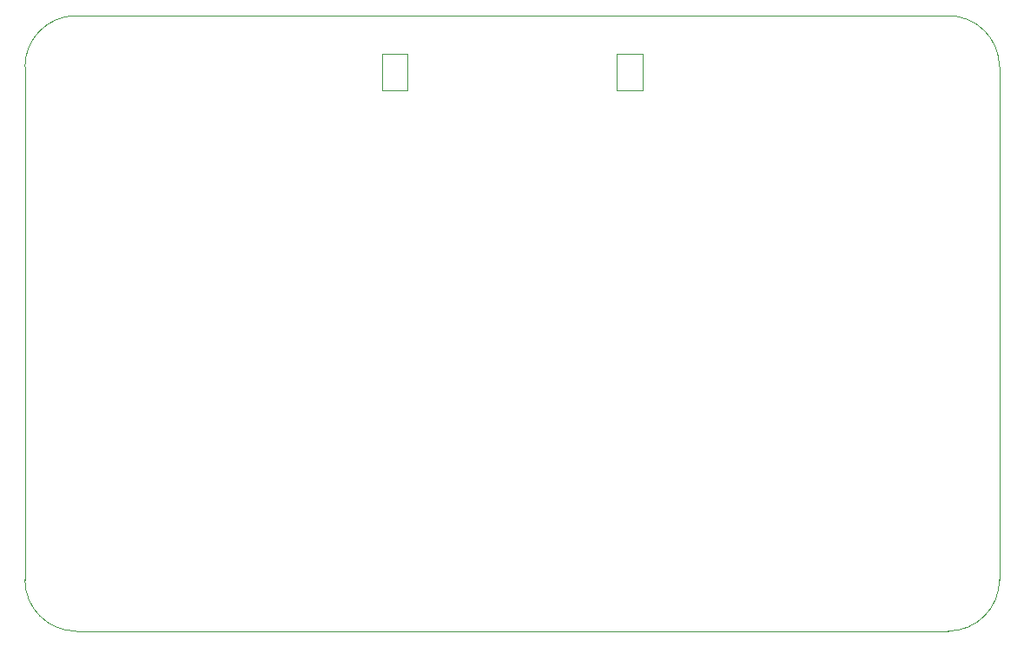
<source format=gm1>
G04 #@! TF.GenerationSoftware,KiCad,Pcbnew,7.0.0-da2b9df05c~163~ubuntu22.04.1*
G04 #@! TF.CreationDate,2023-02-20T23:21:24+01:00*
G04 #@! TF.ProjectId,Bluetooth_receiver,426c7565-746f-46f7-9468-5f7265636569,rev?*
G04 #@! TF.SameCoordinates,Original*
G04 #@! TF.FileFunction,Profile,NP*
%FSLAX46Y46*%
G04 Gerber Fmt 4.6, Leading zero omitted, Abs format (unit mm)*
G04 Created by KiCad (PCBNEW 7.0.0-da2b9df05c~163~ubuntu22.04.1) date 2023-02-20 23:21:24*
%MOMM*%
%LPD*%
G01*
G04 APERTURE LIST*
G04 #@! TA.AperFunction,Profile*
%ADD10C,0.100000*%
G04 #@! TD*
G04 #@! TA.AperFunction,Profile*
%ADD11C,0.120000*%
G04 #@! TD*
G04 APERTURE END LIST*
D10*
X-47500000Y-25000000D02*
G75*
G03*
X-42500000Y-30000000I5000000J0D01*
G01*
X47500000Y25000000D02*
G75*
G03*
X42500000Y30000000I-5000000J0D01*
G01*
X-42500000Y30000000D02*
G75*
G03*
X-47500000Y25000000I0J-5000000D01*
G01*
X42500000Y-30000000D02*
X-42500000Y-30000000D01*
X-42500000Y30000000D02*
X42500000Y30000000D01*
X-47500000Y-25000000D02*
X-47500000Y25000000D01*
X47500000Y25000000D02*
X47500000Y-25000000D01*
X42500000Y-30000000D02*
G75*
G03*
X47500000Y-25000000I0J5000000D01*
G01*
D11*
G04 #@! TO.C,J5*
X-12700000Y26250000D02*
X-10200000Y26250000D01*
X-10200000Y26250000D02*
X-10200000Y22750000D01*
X-10200000Y22750000D02*
X-12700000Y22750000D01*
X-12700000Y22750000D02*
X-12700000Y26250000D01*
X10200000Y26250000D02*
X12700000Y26250000D01*
X12700000Y26250000D02*
X12700000Y22750000D01*
X12700000Y22750000D02*
X10200000Y22750000D01*
X10200000Y22750000D02*
X10200000Y26250000D01*
G04 #@! TD*
M02*

</source>
